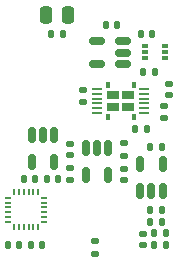
<source format=gbp>
%TF.GenerationSoftware,KiCad,Pcbnew,8.0.6*%
%TF.CreationDate,2024-10-29T18:21:18+01:00*%
%TF.ProjectId,openWifiDecoder,6f70656e-5769-4666-9944-65636f646572,rev?*%
%TF.SameCoordinates,Original*%
%TF.FileFunction,Paste,Bot*%
%TF.FilePolarity,Positive*%
%FSLAX46Y46*%
G04 Gerber Fmt 4.6, Leading zero omitted, Abs format (unit mm)*
G04 Created by KiCad (PCBNEW 8.0.6) date 2024-10-29 18:21:18*
%MOMM*%
%LPD*%
G01*
G04 APERTURE LIST*
G04 Aperture macros list*
%AMRoundRect*
0 Rectangle with rounded corners*
0 $1 Rounding radius*
0 $2 $3 $4 $5 $6 $7 $8 $9 X,Y pos of 4 corners*
0 Add a 4 corners polygon primitive as box body*
4,1,4,$2,$3,$4,$5,$6,$7,$8,$9,$2,$3,0*
0 Add four circle primitives for the rounded corners*
1,1,$1+$1,$2,$3*
1,1,$1+$1,$4,$5*
1,1,$1+$1,$6,$7*
1,1,$1+$1,$8,$9*
0 Add four rect primitives between the rounded corners*
20,1,$1+$1,$2,$3,$4,$5,0*
20,1,$1+$1,$4,$5,$6,$7,0*
20,1,$1+$1,$6,$7,$8,$9,0*
20,1,$1+$1,$8,$9,$2,$3,0*%
G04 Aperture macros list end*
%ADD10RoundRect,0.140000X-0.140000X-0.170000X0.140000X-0.170000X0.140000X0.170000X-0.140000X0.170000X0*%
%ADD11RoundRect,0.135000X-0.135000X-0.185000X0.135000X-0.185000X0.135000X0.185000X-0.135000X0.185000X0*%
%ADD12RoundRect,0.140000X0.170000X-0.140000X0.170000X0.140000X-0.170000X0.140000X-0.170000X-0.140000X0*%
%ADD13RoundRect,0.135000X-0.185000X0.135000X-0.185000X-0.135000X0.185000X-0.135000X0.185000X0.135000X0*%
%ADD14RoundRect,0.050000X0.225000X0.050000X-0.225000X0.050000X-0.225000X-0.050000X0.225000X-0.050000X0*%
%ADD15RoundRect,0.050000X0.050000X-0.225000X0.050000X0.225000X-0.050000X0.225000X-0.050000X-0.225000X0*%
%ADD16RoundRect,0.150000X-0.150000X0.512500X-0.150000X-0.512500X0.150000X-0.512500X0.150000X0.512500X0*%
%ADD17RoundRect,0.250000X-0.250000X-0.475000X0.250000X-0.475000X0.250000X0.475000X-0.250000X0.475000X0*%
%ADD18RoundRect,0.135000X0.135000X0.185000X-0.135000X0.185000X-0.135000X-0.185000X0.135000X-0.185000X0*%
%ADD19RoundRect,0.140000X0.140000X0.170000X-0.140000X0.170000X-0.140000X-0.170000X0.140000X-0.170000X0*%
%ADD20RoundRect,0.140000X-0.170000X0.140000X-0.170000X-0.140000X0.170000X-0.140000X0.170000X0.140000X0*%
%ADD21R,0.200000X0.200000*%
%ADD22O,0.850000X0.200000*%
%ADD23R,0.400000X0.575000*%
%ADD24R,1.100000X0.775000*%
%ADD25RoundRect,0.135000X0.185000X-0.135000X0.185000X0.135000X-0.185000X0.135000X-0.185000X-0.135000X0*%
%ADD26RoundRect,0.150000X0.512500X0.150000X-0.512500X0.150000X-0.512500X-0.150000X0.512500X-0.150000X0*%
%ADD27R,0.475000X0.300000*%
%ADD28RoundRect,0.150000X0.150000X-0.512500X0.150000X0.512500X-0.150000X0.512500X-0.150000X-0.512500X0*%
G04 APERTURE END LIST*
D10*
%TO.C,C13*%
X107220000Y-78000000D03*
X108180000Y-78000000D03*
%TD*%
D11*
%TO.C,R8*%
X107490000Y-85300000D03*
X108510000Y-85300000D03*
%TD*%
D12*
%TO.C,C14*%
X106600000Y-86280000D03*
X106600000Y-85320000D03*
%TD*%
D13*
%TO.C,R5*%
X108400000Y-74490000D03*
X108400000Y-75510000D03*
%TD*%
D10*
%TO.C,C11*%
X97120000Y-86300000D03*
X98080000Y-86300000D03*
%TD*%
D14*
%TO.C,U4*%
X98200000Y-82300000D03*
X98200000Y-82700000D03*
X98200000Y-83100000D03*
X98200000Y-83500000D03*
X98200000Y-83900000D03*
X98200000Y-84300000D03*
D15*
X97700000Y-84800000D03*
X97300000Y-84800000D03*
X96900000Y-84800000D03*
X96500000Y-84800000D03*
X96100000Y-84800000D03*
X95700000Y-84800000D03*
D14*
X95200000Y-84300000D03*
X95200000Y-83900000D03*
X95200000Y-83500000D03*
X95200000Y-83100000D03*
X95200000Y-82700000D03*
X95200000Y-82300000D03*
D15*
X95700000Y-81800000D03*
X96100000Y-81800000D03*
X96500000Y-81800000D03*
X96900000Y-81800000D03*
X97300000Y-81800000D03*
X97700000Y-81800000D03*
%TD*%
D12*
%TO.C,C10*%
X108800000Y-73580000D03*
X108800000Y-72620000D03*
%TD*%
D16*
%TO.C,U1*%
X97150000Y-76962500D03*
X98100000Y-76962500D03*
X99050000Y-76962500D03*
X99050000Y-79237500D03*
X97150000Y-79237500D03*
%TD*%
D10*
%TO.C,C4*%
X98420000Y-80700000D03*
X99380000Y-80700000D03*
%TD*%
D13*
%TO.C,R9*%
X102500000Y-85990000D03*
X102500000Y-87010000D03*
%TD*%
D11*
%TO.C,R13*%
X107180000Y-84300000D03*
X108200000Y-84300000D03*
%TD*%
D17*
%TO.C,C2*%
X98350000Y-66800000D03*
X100250000Y-66800000D03*
%TD*%
D18*
%TO.C,R4*%
X107610000Y-71600000D03*
X106590000Y-71600000D03*
%TD*%
D10*
%TO.C,C5*%
X103420000Y-67700000D03*
X104380000Y-67700000D03*
%TD*%
D16*
%TO.C,U5*%
X101750000Y-78062500D03*
X102700000Y-78062500D03*
X103650000Y-78062500D03*
X103650000Y-80337500D03*
X101750000Y-80337500D03*
%TD*%
D19*
%TO.C,C8*%
X96080000Y-86300000D03*
X95120000Y-86300000D03*
%TD*%
%TO.C,C7*%
X97480000Y-80700000D03*
X96520000Y-80700000D03*
%TD*%
%TO.C,C15*%
X108170000Y-83300000D03*
X107210000Y-83300000D03*
%TD*%
D20*
%TO.C,C12*%
X105000000Y-79820000D03*
X105000000Y-80780000D03*
%TD*%
D21*
%TO.C,U7*%
X102400000Y-75100000D03*
D22*
X102725000Y-75100000D03*
D21*
X102400000Y-74700000D03*
D22*
X102725000Y-74700000D03*
D21*
X102400000Y-74300000D03*
D22*
X102725000Y-74300000D03*
D21*
X102400000Y-73900000D03*
D22*
X102725000Y-73900000D03*
D21*
X102400000Y-73500000D03*
D22*
X102725000Y-73500000D03*
D21*
X102400000Y-73100000D03*
D22*
X102725000Y-73100000D03*
X106675000Y-73100000D03*
D21*
X107000000Y-73100000D03*
D22*
X106675000Y-73500000D03*
D21*
X107000000Y-73500000D03*
D22*
X106675000Y-73900000D03*
D21*
X107000000Y-73900000D03*
D22*
X106675000Y-74300000D03*
D21*
X107000000Y-74300000D03*
D22*
X106675000Y-74700000D03*
D21*
X107000000Y-74700000D03*
D22*
X106675000Y-75100000D03*
D21*
X107000000Y-75100000D03*
D23*
X103600000Y-72735000D03*
X103600000Y-75465000D03*
D24*
X104050000Y-73612500D03*
X104050000Y-74587500D03*
X105350000Y-73612500D03*
X105350000Y-74587500D03*
D23*
X105800000Y-72735000D03*
X105800000Y-75465000D03*
%TD*%
D10*
%TO.C,C6*%
X106420000Y-68450000D03*
X107380000Y-68450000D03*
%TD*%
D13*
%TO.C,R7*%
X100400000Y-79790000D03*
X100400000Y-80810000D03*
%TD*%
D25*
%TO.C,R10*%
X105000000Y-78710000D03*
X105000000Y-77690000D03*
%TD*%
D10*
%TO.C,C1*%
X98820000Y-68400000D03*
X99780000Y-68400000D03*
%TD*%
D18*
%TO.C,R6*%
X106910000Y-76500000D03*
X105890000Y-76500000D03*
%TD*%
D26*
%TO.C,U2*%
X104937500Y-69050000D03*
X104937500Y-70000000D03*
X104937500Y-70950000D03*
X102662500Y-70950000D03*
X102662500Y-69050000D03*
%TD*%
D20*
%TO.C,C3*%
X100400000Y-77720000D03*
X100400000Y-78680000D03*
%TD*%
D11*
%TO.C,R12*%
X107490000Y-86300000D03*
X108510000Y-86300000D03*
%TD*%
D27*
%TO.C,IC1*%
X106762000Y-70450000D03*
X106762000Y-69950000D03*
X106762000Y-69450000D03*
X108438000Y-69450000D03*
X108438000Y-69950000D03*
X108438000Y-70450000D03*
%TD*%
D20*
%TO.C,C9*%
X101500000Y-73200000D03*
X101500000Y-74160000D03*
%TD*%
D28*
%TO.C,U6*%
X108250000Y-81737500D03*
X107300000Y-81737500D03*
X106350000Y-81737500D03*
X106350000Y-79462500D03*
X108250000Y-79462500D03*
%TD*%
M02*

</source>
